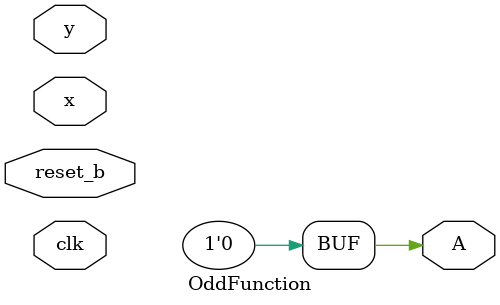
<source format=v>
module OddFunction(output A, input x, y, clk, reset_b);
  reg state, next_state;
  parameter S0 = 1'b0, S1 = 1'b1;

  // Change state on the rising edge of the clock or rest on negative edge
  always @ (posedge clk, negedge reset_b)
    begin
      if (reset_b == 0)
        state <= S0;
      else
        state <= next_state;
    end

  assign A = 1'b0;

  always @ (negedge clk)
    begin
      case (state)
        S0:
          if(x == 1'b0 && y == 1'b0)
            next_state = 1'b0;
          else if(x == 1'b0 && y == 1'b1)
            next_state = 1'b1;
          else if(x == 1'b1 && y == 1'b0)
            next_state = 1'b1;
          else
            next_state = 1'b0;
        S1:
          if(x == 1'b0 && y == 1'b0)
            next_state = 1'b1;
          else if(x == 1'b0 && y == 1'b1)
            next_state = 1'b0;
          else if(x == 1'b1 && y == 1'b0)
            next_state = 1'b0;
          else
            next_state = 1'b1;
        endcase
    end
endmodule

</source>
